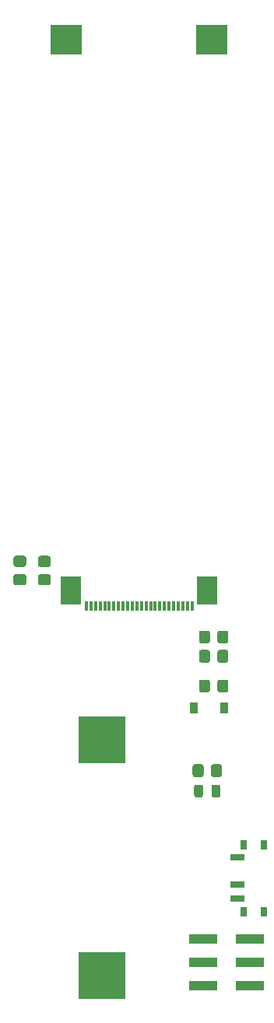
<source format=gbp>
G04 #@! TF.GenerationSoftware,KiCad,Pcbnew,(5.1.10)-1*
G04 #@! TF.CreationDate,2021-11-22T20:28:52+00:00*
G04 #@! TF.ProjectId,Big Ben Ornament,42696720-4265-46e2-904f-726e616d656e,rev?*
G04 #@! TF.SameCoordinates,Original*
G04 #@! TF.FileFunction,Paste,Bot*
G04 #@! TF.FilePolarity,Positive*
%FSLAX46Y46*%
G04 Gerber Fmt 4.6, Leading zero omitted, Abs format (unit mm)*
G04 Created by KiCad (PCBNEW (5.1.10)-1) date 2021-11-22 20:28:52*
%MOMM*%
%LPD*%
G01*
G04 APERTURE LIST*
%ADD10R,0.800000X1.000000*%
%ADD11R,1.500000X0.700000*%
%ADD12R,0.300000X1.100000*%
%ADD13R,2.300000X3.100000*%
%ADD14R,3.150000X1.000000*%
%ADD15R,0.900000X1.200000*%
%ADD16R,3.500000X3.300000*%
%ADD17R,5.100000X5.100000*%
G04 APERTURE END LIST*
D10*
X114853500Y-154528500D03*
X114853500Y-161828500D03*
X117063500Y-161828500D03*
X117063500Y-154528500D03*
D11*
X114203500Y-160428500D03*
X114203500Y-158928500D03*
X114203500Y-155928500D03*
G36*
G01*
X93668001Y-126314000D02*
X92767999Y-126314000D01*
G75*
G02*
X92518000Y-126064001I0J249999D01*
G01*
X92518000Y-125363999D01*
G75*
G02*
X92767999Y-125114000I249999J0D01*
G01*
X93668001Y-125114000D01*
G75*
G02*
X93918000Y-125363999I0J-249999D01*
G01*
X93918000Y-126064001D01*
G75*
G02*
X93668001Y-126314000I-249999J0D01*
G01*
G37*
G36*
G01*
X93668001Y-124314000D02*
X92767999Y-124314000D01*
G75*
G02*
X92518000Y-124064001I0J249999D01*
G01*
X92518000Y-123363999D01*
G75*
G02*
X92767999Y-123114000I249999J0D01*
G01*
X93668001Y-123114000D01*
G75*
G02*
X93918000Y-123363999I0J-249999D01*
G01*
X93918000Y-124064001D01*
G75*
G02*
X93668001Y-124314000I-249999J0D01*
G01*
G37*
G36*
G01*
X110534500Y-146044499D02*
X110534500Y-146944501D01*
G75*
G02*
X110284501Y-147194500I-249999J0D01*
G01*
X109584499Y-147194500D01*
G75*
G02*
X109334500Y-146944501I0J249999D01*
G01*
X109334500Y-146044499D01*
G75*
G02*
X109584499Y-145794500I249999J0D01*
G01*
X110284501Y-145794500D01*
G75*
G02*
X110534500Y-146044499I0J-249999D01*
G01*
G37*
G36*
G01*
X112534500Y-146044499D02*
X112534500Y-146944501D01*
G75*
G02*
X112284501Y-147194500I-249999J0D01*
G01*
X111584499Y-147194500D01*
G75*
G02*
X111334500Y-146944501I0J249999D01*
G01*
X111334500Y-146044499D01*
G75*
G02*
X111584499Y-145794500I249999J0D01*
G01*
X112284501Y-145794500D01*
G75*
G02*
X112534500Y-146044499I0J-249999D01*
G01*
G37*
G36*
G01*
X110033000Y-134498501D02*
X110033000Y-133598499D01*
G75*
G02*
X110282999Y-133348500I249999J0D01*
G01*
X110983001Y-133348500D01*
G75*
G02*
X111233000Y-133598499I0J-249999D01*
G01*
X111233000Y-134498501D01*
G75*
G02*
X110983001Y-134748500I-249999J0D01*
G01*
X110282999Y-134748500D01*
G75*
G02*
X110033000Y-134498501I0J249999D01*
G01*
G37*
G36*
G01*
X112033000Y-134498501D02*
X112033000Y-133598499D01*
G75*
G02*
X112282999Y-133348500I249999J0D01*
G01*
X112983001Y-133348500D01*
G75*
G02*
X113233000Y-133598499I0J-249999D01*
G01*
X113233000Y-134498501D01*
G75*
G02*
X112983001Y-134748500I-249999J0D01*
G01*
X112282999Y-134748500D01*
G75*
G02*
X112033000Y-134498501I0J249999D01*
G01*
G37*
G36*
G01*
X110033000Y-132403001D02*
X110033000Y-131502999D01*
G75*
G02*
X110282999Y-131253000I249999J0D01*
G01*
X110983001Y-131253000D01*
G75*
G02*
X111233000Y-131502999I0J-249999D01*
G01*
X111233000Y-132403001D01*
G75*
G02*
X110983001Y-132653000I-249999J0D01*
G01*
X110282999Y-132653000D01*
G75*
G02*
X110033000Y-132403001I0J249999D01*
G01*
G37*
G36*
G01*
X112033000Y-132403001D02*
X112033000Y-131502999D01*
G75*
G02*
X112282999Y-131253000I249999J0D01*
G01*
X112983001Y-131253000D01*
G75*
G02*
X113233000Y-131502999I0J-249999D01*
G01*
X113233000Y-132403001D01*
G75*
G02*
X112983001Y-132653000I-249999J0D01*
G01*
X112282999Y-132653000D01*
G75*
G02*
X112033000Y-132403001I0J249999D01*
G01*
G37*
G36*
G01*
X112033000Y-137737001D02*
X112033000Y-136836999D01*
G75*
G02*
X112282999Y-136587000I249999J0D01*
G01*
X112983001Y-136587000D01*
G75*
G02*
X113233000Y-136836999I0J-249999D01*
G01*
X113233000Y-137737001D01*
G75*
G02*
X112983001Y-137987000I-249999J0D01*
G01*
X112282999Y-137987000D01*
G75*
G02*
X112033000Y-137737001I0J249999D01*
G01*
G37*
G36*
G01*
X110033000Y-137737001D02*
X110033000Y-136836999D01*
G75*
G02*
X110282999Y-136587000I249999J0D01*
G01*
X110983001Y-136587000D01*
G75*
G02*
X111233000Y-136836999I0J-249999D01*
G01*
X111233000Y-137737001D01*
G75*
G02*
X110983001Y-137987000I-249999J0D01*
G01*
X110282999Y-137987000D01*
G75*
G02*
X110033000Y-137737001I0J249999D01*
G01*
G37*
G36*
G01*
X90100999Y-123114000D02*
X91001001Y-123114000D01*
G75*
G02*
X91251000Y-123363999I0J-249999D01*
G01*
X91251000Y-124064001D01*
G75*
G02*
X91001001Y-124314000I-249999J0D01*
G01*
X90100999Y-124314000D01*
G75*
G02*
X89851000Y-124064001I0J249999D01*
G01*
X89851000Y-123363999D01*
G75*
G02*
X90100999Y-123114000I249999J0D01*
G01*
G37*
G36*
G01*
X90100999Y-125114000D02*
X91001001Y-125114000D01*
G75*
G02*
X91251000Y-125363999I0J-249999D01*
G01*
X91251000Y-126064001D01*
G75*
G02*
X91001001Y-126314000I-249999J0D01*
G01*
X90100999Y-126314000D01*
G75*
G02*
X89851000Y-126064001I0J249999D01*
G01*
X89851000Y-125363999D01*
G75*
G02*
X90100999Y-125114000I249999J0D01*
G01*
G37*
D12*
X97780400Y-128604000D03*
X98280400Y-128604000D03*
X98780400Y-128604000D03*
X99280400Y-128604000D03*
X99780400Y-128604000D03*
X100280400Y-128604000D03*
X100780400Y-128604000D03*
X101280400Y-128604000D03*
X101780400Y-128604000D03*
X102280400Y-128604000D03*
X102780400Y-128604000D03*
X103280400Y-128604000D03*
X103780400Y-128604000D03*
X104280400Y-128604000D03*
X104780400Y-128604000D03*
X105280400Y-128604000D03*
X105780400Y-128604000D03*
X106280400Y-128604000D03*
X106780400Y-128604000D03*
X107280400Y-128604000D03*
X107780400Y-128604000D03*
X108280400Y-128604000D03*
X108780400Y-128604000D03*
X109280400Y-128604000D03*
D13*
X96110400Y-126904000D03*
X110950400Y-126904000D03*
D14*
X115529600Y-164820600D03*
X110479600Y-164820600D03*
X115529600Y-167360600D03*
X110479600Y-167360600D03*
X115529600Y-169900600D03*
X110479600Y-169900600D03*
G36*
G01*
X111384500Y-149173250D02*
X111384500Y-148260750D01*
G75*
G02*
X111628250Y-148017000I243750J0D01*
G01*
X112115750Y-148017000D01*
G75*
G02*
X112359500Y-148260750I0J-243750D01*
G01*
X112359500Y-149173250D01*
G75*
G02*
X112115750Y-149417000I-243750J0D01*
G01*
X111628250Y-149417000D01*
G75*
G02*
X111384500Y-149173250I0J243750D01*
G01*
G37*
G36*
G01*
X109509500Y-149173250D02*
X109509500Y-148260750D01*
G75*
G02*
X109753250Y-148017000I243750J0D01*
G01*
X110240750Y-148017000D01*
G75*
G02*
X110484500Y-148260750I0J-243750D01*
G01*
X110484500Y-149173250D01*
G75*
G02*
X110240750Y-149417000I-243750J0D01*
G01*
X109753250Y-149417000D01*
G75*
G02*
X109509500Y-149173250I0J243750D01*
G01*
G37*
D15*
X112775000Y-139636500D03*
X109475000Y-139636500D03*
D16*
X111405000Y-66929000D03*
X95605000Y-66929000D03*
D17*
X99504500Y-168756000D03*
X99504500Y-143156000D03*
M02*

</source>
